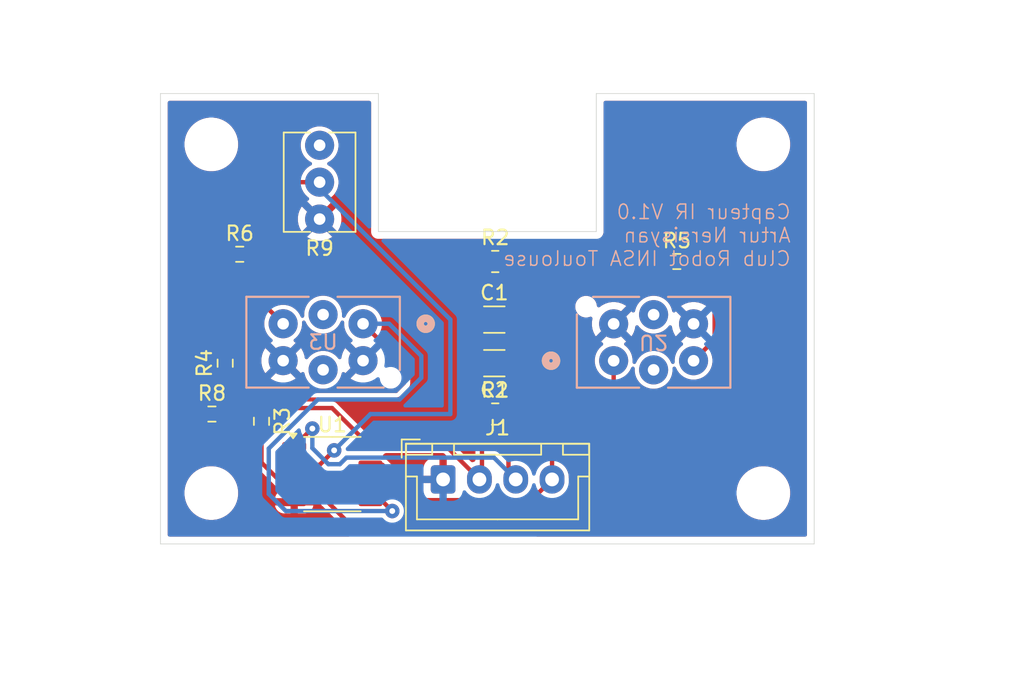
<source format=kicad_pcb>
(kicad_pcb (version 20241229) (generator "pcbnew") (generator_version "9.0")
  (layers (0 "F.Cu" signal) (2 "B.Cu" signal) (13 "F.Paste" user) (15 "B.Paste" user) (5 "F.SilkS" user "F.Silkscreen") (7 "B.SilkS" user "B.Silkscreen") (1 "F.Mask" user) (3 "B.Mask" user) (25 "Edge.Cuts" user))
  (net 0 "")
  (net 1 "+5V")
  (net 2 "/OUT2")
  (net 3 "GND")
  (net 4 "/OUT1")
  (net 5 "Net-(U1A-+)")
  (net 6 "Net-(U1B-+)")
  (net 7 "Net-(U2-A)")
  (net 8 "Net-(U3-A)")
  (net 9 "/V_comp")
  (footprint "MountingHole:MountingHole_3.2mm_M3_ISO7380" (layer "F.Cu") (at 243.5 100)
    (property "Reference" "REF**" (hide yes))
    (property "Value" "MountingHole_3.2mm_M3_ISO7380")
    (pad "" np_thru_hole circle (at 0 0) (size 3.2 3.2) (drill 3.2) (layers "*.Cu" "*.Mask"))
  )
  (footprint "Resistor_SMD:R_0603_1608Metric_Pad0.98x0.95mm_HandSolder" (layer "F.Cu") (at 206.454426 91.060575 90)
    (property "Reference" "R4" (at 0 -1.43 90) (layer "F.SilkS"))
    (property "Value" "4700")
    (fp_line (start -0.254724 -0.5225) (end 0.254724 -0.5225) (stroke (width 0.12)) (layer "F.SilkS"))
    (fp_line (start -0.254724 0.5225) (end 0.254724 0.5225) (stroke (width 0.12)) (layer "F.SilkS"))
    (pad "1" smd roundrect (at -0.9125 0 90) (size 0.975 0.95) (layers "F.Cu" "F.Mask" "F.Paste") (net 1 "+5V"))
    (pad "2" smd roundrect (at 0.9125 0 90) (size 0.975 0.95) (layers "F.Cu" "F.Mask" "F.Paste") (net 6 "Net-(U1B-+)"))
  )
  (footprint "Package_SO:SOP-8_3.9x4.9mm_P1.27mm" (layer "F.Cu") (at 213.829426 98.695575)
    (property "Reference" "U1" (at 0 -3.4 0) (layer "F.SilkS"))
    (property "Value" "LM2903")
    (fp_line (start 0 -2.56) (end -1.95 -2.56) (stroke (width 0.12)) (layer "F.SilkS"))
    (fp_line (start 0 -2.56) (end 1.95 -2.56) (stroke (width 0.12)) (layer "F.SilkS"))
    (fp_line (start 0 2.56) (end -1.95 2.56) (stroke (width 0.12)) (layer "F.SilkS"))
    (fp_line (start 0 2.56) (end 1.95 2.56) (stroke (width 0.12)) (layer "F.SilkS"))
    (fp_poly (pts (xy -2.7 -2.465) (xy -2.94 -2.795) (xy -2.46 -2.795) (xy -2.7 -2.465)) (stroke (width 0.12)) (fill yes) (layer "F.SilkS"))
    (pad "1" smd roundrect (at -2.625 -1.905) (size 1.65 0.6) (layers "F.Cu" "F.Mask" "F.Paste") (net 4 "/OUT1"))
    (pad "2" smd roundrect (at -2.625 -0.635) (size 1.65 0.6) (layers "F.Cu" "F.Mask" "F.Paste") (net 9 "/V_comp"))
    (pad "3" smd roundrect (at -2.625 0.635) (size 1.65 0.6) (layers "F.Cu" "F.Mask" "F.Paste") (net 5 "Net-(U1A-+)"))
    (pad "4" smd roundrect (at -2.625 1.905) (size 1.65 0.6) (layers "F.Cu" "F.Mask" "F.Paste") (net 3 "GND"))
    (pad "5" smd roundrect (at 2.625 1.905) (size 1.65 0.6) (layers "F.Cu" "F.Mask" "F.Paste") (net 6 "Net-(U1B-+)"))
    (pad "6" smd roundrect (at 2.625 0.635) (size 1.65 0.6) (layers "F.Cu" "F.Mask" "F.Paste") (net 9 "/V_comp"))
    (pad "7" smd roundrect (at 2.625 -0.635) (size 1.65 0.6) (layers "F.Cu" "F.Mask" "F.Paste") (net 2 "/OUT2"))
    (pad "8" smd roundrect (at 2.625 -1.905) (size 1.65 0.6) (layers "F.Cu" "F.Mask" "F.Paste") (net 1 "+5V"))
  )
  (footprint "MountingHole:MountingHole_3.2mm_M3_ISO7380" (layer "F.Cu") (at 205.5 76)
    (property "Reference" "REF**" (hide yes))
    (property "Value" "MountingHole_3.2mm_M3_ISO7380")
    (pad "" np_thru_hole circle (at 0 0) (size 3.2 3.2) (drill 3.2) (layers "*.Cu" "*.Mask"))
  )
  (footprint "Capacitor_SMD:C_1206_3216Metric" (layer "F.Cu") (at 224.979426 88.060575)
    (property "Reference" "C1" (at 0 -1.85 0) (layer "F.SilkS"))
    (property "Value" "470nF")
    (fp_line (start -0.711252 -0.91) (end 0.711252 -0.91) (stroke (width 0.12)) (layer "F.SilkS"))
    (fp_line (start -0.711252 0.91) (end 0.711252 0.91) (stroke (width 0.12)) (layer "F.SilkS"))
    (pad "1" smd roundrect (at -1.475 0) (size 1.15 1.8) (layers "F.Cu" "F.Mask" "F.Paste") (roundrect_rratio 0.217391) (net 1 "+5V"))
    (pad "2" smd roundrect (at 1.475 0) (size 1.15 1.8) (layers "F.Cu" "F.Mask" "F.Paste") (roundrect_rratio 0.217391) (net 2 "/OUT2"))
  )
  (footprint "MountingHole:MountingHole_3.2mm_M3_ISO7380" (layer "F.Cu") (at 243.5 76)
    (property "Reference" "REF**" (hide yes))
    (property "Value" "MountingHole_3.2mm_M3_ISO7380")
    (pad "" np_thru_hole circle (at 0 0) (size 3.2 3.2) (drill 3.2) (layers "*.Cu" "*.Mask"))
  )
  (footprint "Resistor_SMD:R_0603_1608Metric_Pad0.98x0.95mm_HandSolder" (layer "F.Cu") (at 207.454426 83.560575)
    (property "Reference" "R6" (at 0 -1.43 0) (layer "F.SilkS"))
    (property "Value" "330")
    (fp_line (start -0.254724 -0.5225) (end 0.254724 -0.5225) (stroke (width 0.12)) (layer "F.SilkS"))
    (fp_line (start -0.254724 0.5225) (end 0.254724 0.5225) (stroke (width 0.12)) (layer "F.SilkS"))
    (pad "1" smd roundrect (at -0.9125 0) (size 0.975 0.95) (layers "F.Cu" "F.Mask" "F.Paste") (net 1 "+5V"))
    (pad "2" smd roundrect (at 0.9125 0) (size 0.975 0.95) (layers "F.Cu" "F.Mask" "F.Paste") (net 8 "Net-(U3-A)"))
  )
  (footprint "Resistor_SMD:R_0805_2012Metric" (layer "F.Cu") (at 225.041926 84.060575)
    (property "Reference" "R2" (at 0 -1.65 0) (layer "F.SilkS"))
    (property "Value" "100k")
    (fp_line (start -0.227064 -0.735) (end 0.227064 -0.735) (stroke (width 0.12)) (layer "F.SilkS"))
    (fp_line (start -0.227064 0.735) (end 0.227064 0.735) (stroke (width 0.12)) (layer "F.SilkS"))
    (pad "1" smd roundrect (at -0.9125 0) (size 1.025 1.4) (layers "F.Cu" "F.Mask" "F.Paste") (roundrect_rratio 0.243902) (net 1 "+5V"))
    (pad "2" smd roundrect (at 0.9125 0) (size 1.025 1.4) (layers "F.Cu" "F.Mask" "F.Paste") (roundrect_rratio 0.243902) (net 2 "/OUT2"))
  )
  (footprint "Resistor_SMD:R_0603_1608Metric_Pad0.98x0.95mm_HandSolder" (layer "F.Cu") (at 205.541926 94.560575)
    (property "Reference" "R8" (at 0 -1.43 0) (layer "F.SilkS"))
    (property "Value" "4700")
    (fp_line (start -0.254724 -0.5225) (end 0.254724 -0.5225) (stroke (width 0.12)) (layer "F.SilkS"))
    (fp_line (start -0.254724 0.5225) (end 0.254724 0.5225) (stroke (width 0.12)) (layer "F.SilkS"))
    (pad "1" smd roundrect (at -0.9125 0) (size 0.975 0.95) (layers "F.Cu" "F.Mask" "F.Paste") (net 9 "/V_comp"))
    (pad "2" smd roundrect (at 0.9125 0) (size 0.975 0.95) (layers "F.Cu" "F.Mask" "F.Paste") (net 1 "+5V"))
  )
  (footprint "Resistor_SMD:R_0805_2012Metric" (layer "F.Cu") (at 225.041926 94.560575)
    (property "Reference" "R1" (at 0 -1.65 0) (layer "F.SilkS"))
    (property "Value" "100k")
    (fp_line (start -0.227064 -0.735) (end 0.227064 -0.735) (stroke (width 0.12)) (layer "F.SilkS"))
    (fp_line (start -0.227064 0.735) (end 0.227064 0.735) (stroke (width 0.12)) (layer "F.SilkS"))
    (pad "1" smd roundrect (at -0.9125 0) (size 1.025 1.4) (layers "F.Cu" "F.Mask" "F.Paste") (roundrect_rratio 0.243902) (net 1 "+5V"))
    (pad "2" smd roundrect (at 0.9125 0) (size 1.025 1.4) (layers "F.Cu" "F.Mask" "F.Paste") (roundrect_rratio 0.243902) (net 4 "/OUT1"))
  )
  (footprint "Capacitor_SMD:C_1206_3216Metric" (layer "F.Cu") (at 224.979426 91.060575 180)
    (property "Reference" "C2" (at 0 -1.85 0) (layer "F.SilkS"))
    (property "Value" "470nF")
    (fp_line (start -0.711252 0.91) (end 0.711252 0.91) (stroke (width 0.12)) (layer "F.SilkS"))
    (fp_line (start -0.711252 -0.91) (end 0.711252 -0.91) (stroke (width 0.12)) (layer "F.SilkS"))
    (pad "1" smd roundrect (at -1.475 0 180) (size 1.15 1.8) (layers "F.Cu" "F.Mask" "F.Paste") (roundrect_rratio 0.217391) (net 4 "/OUT1"))
    (pad "2" smd roundrect (at 1.475 0 180) (size 1.15 1.8) (layers "F.Cu" "F.Mask" "F.Paste") (roundrect_rratio 0.217391) (net 1 "+5V"))
  )
  (footprint "Resistor_SMD:R_0603_1608Metric_Pad0.98x0.95mm_HandSolder" (layer "F.Cu") (at 208.954426 95.060575 -90)
    (property "Reference" "R3" (at 0 -1.43 90) (layer "F.SilkS"))
    (property "Value" "4700")
    (fp_line (start -0.254724 0.5225) (end 0.254724 0.5225) (stroke (width 0.12)) (layer "F.SilkS"))
    (fp_line (start -0.254724 -0.5225) (end 0.254724 -0.5225) (stroke (width 0.12)) (layer "F.SilkS"))
    (pad "1" smd roundrect (at -0.9125 0 270) (size 0.975 0.95) (layers "F.Cu" "F.Mask" "F.Paste") (net 1 "+5V"))
    (pad "2" smd roundrect (at 0.9125 0 270) (size 0.975 0.95) (layers "F.Cu" "F.Mask" "F.Paste") (net 5 "Net-(U1A-+)"))
  )
  (footprint "Resistor_SMD:R_0603_1608Metric_Pad0.98x0.95mm_HandSolder" (layer "F.Cu") (at 237.541926 84.060575)
    (property "Reference" "R5" (at 0 -1.43 0) (layer "F.SilkS"))
    (property "Value" "330")
    (fp_line (start -0.254724 -0.5225) (end 0.254724 -0.5225) (stroke (width 0.12)) (layer "F.SilkS"))
    (fp_line (start -0.254724 0.5225) (end 0.254724 0.5225) (stroke (width 0.12)) (layer "F.SilkS"))
    (pad "1" smd roundrect (at -0.9125 0) (size 0.975 0.95) (layers "F.Cu" "F.Mask" "F.Paste") (net 1 "+5V"))
    (pad "2" smd roundrect (at 0.9125 0) (size 0.975 0.95) (layers "F.Cu" "F.Mask" "F.Paste") (net 7 "Net-(U2-A)"))
  )
  (footprint "MountingHole:MountingHole_3.2mm_M3_ISO7380" (layer "F.Cu") (at 205.5 100)
    (property "Reference" "REF**" (hide yes))
    (property "Value" "MountingHole_3.2mm_M3_ISO7380")
    (pad "" np_thru_hole circle (at 0 0) (size 3.2 3.2) (drill 3.2) (layers "*.Cu" "*.Mask"))
  )
  (footprint "Connector_JST:JST_XH_B4B-XH-A_1x04_P2.50mm_Vertical" (layer "F.Cu") (at 221.454426 99.060575)
    (property "Reference" "J1" (at 3.75 -3.55 0) (layer "F.SilkS"))
    (property "Value" "Conn_01x04_JST-XH_TCRT5000")
    (fp_line (start -2.85 -2.75) (end -2.85 -1.5) (stroke (width 0.12)) (layer "F.SilkS"))
    (fp_line (start -2.56 -2.46) (end -2.56 3.51) (stroke (width 0.12)) (layer "F.SilkS"))
    (fp_line (start -2.56 3.51) (end 10.06 3.51) (stroke (width 0.12)) (layer "F.SilkS"))
    (fp_line (start -2.55 -2.45) (end -2.55 -1.7) (stroke (width 0.12)) (layer "F.SilkS"))
    (fp_line (start -2.55 -1.7) (end -0.75 -1.7) (stroke (width 0.12)) (layer "F.SilkS"))
    (fp_line (start -2.55 -0.2) (end -1.8 -0.2) (stroke (width 0.12)) (layer "F.SilkS"))
    (fp_line (start -1.8 -0.2) (end -1.8 2.75) (stroke (width 0.12)) (layer "F.SilkS"))
    (fp_line (start -1.8 2.75) (end 3.75 2.75) (stroke (width 0.12)) (layer "F.SilkS"))
    (fp_line (start -1.6 -2.75) (end -2.85 -2.75) (stroke (width 0.12)) (layer "F.SilkS"))
    (fp_line (start -0.75 -2.45) (end -2.55 -2.45) (stroke (width 0.12)) (layer "F.SilkS"))
    (fp_line (start -0.75 -1.7) (end -0.75 -2.45) (stroke (width 0.12)) (layer "F.SilkS"))
    (fp_line (start 0.75 -2.45) (end 0.75 -1.7) (stroke (width 0.12)) (layer "F.SilkS"))
    (fp_line (start 0.75 -1.7) (end 6.75 -1.7) (stroke (width 0.12)) (layer "F.SilkS"))
    (fp_line (start 6.75 -2.45) (end 0.75 -2.45) (stroke (width 0.12)) (layer "F.SilkS"))
    (fp_line (start 6.75 -1.7) (end 6.75 -2.45) (stroke (width 0.12)) (layer "F.SilkS"))
    (fp_line (start 8.25 -2.45) (end 8.25 -1.7) (stroke (width 0.12)) (layer "F.SilkS"))
    (fp_line (start 8.25 -1.7) (end 10.05 -1.7) (stroke (width 0.12)) (layer "F.SilkS"))
    (fp_line (start 9.3 -0.2) (end 9.3 2.75) (stroke (width 0.12)) (layer "F.SilkS"))
    (fp_line (start 9.3 2.75) (end 3.75 2.75) (stroke (width 0.12)) (layer "F.SilkS"))
    (fp_line (start 10.05 -2.45) (end 8.25 -2.45) (stroke (width 0.12)) (layer "F.SilkS"))
    (fp_line (start 10.05 -1.7) (end 10.05 -2.45) (stroke (width 0.12)) (layer "F.SilkS"))
    (fp_line (start 10.05 -0.2) (end 9.3 -0.2) (stroke (width 0.12)) (layer "F.SilkS"))
    (fp_line (start 10.06 -2.46) (end -2.56 -2.46) (stroke (width 0.12)) (layer "F.SilkS"))
    (fp_line (start 10.06 3.51) (end 10.06 -2.46) (stroke (width 0.12)) (layer "F.SilkS"))
    (pad "1" thru_hole roundrect (at 0 0) (size 1.7 1.95) (drill 0.95) (layers "*.Cu" "*.Mask") (roundrect_rratio 0.147059) (net 3 "GND"))
    (pad "2" thru_hole oval (at 2.5 0) (size 1.7 1.95) (drill 0.95) (layers "*.Cu" "*.Mask") (net 1 "+5V"))
    (pad "3" thru_hole oval (at 5 0) (size 1.7 1.95) (drill 0.95) (layers "*.Cu" "*.Mask") (net 4 "/OUT1"))
    (pad "4" thru_hole oval (at 7.5 0) (size 1.7 1.95) (drill 0.95) (layers "*.Cu" "*.Mask") (net 2 "/OUT2"))
  )
  (footprint "Potentiometer_THT:Potentiometer_Vishay_T73XW_Horizontal" (layer "F.Cu") (at 212.954426 81.140575 180)
    (property "Reference" "R9" (at 0 -2.01 0) (layer "F.SilkS"))
    (property "Value" "10000")
    (fp_line (start 2.47 -0.88) (end 2.47 5.96) (stroke (width 0.12)) (layer "F.SilkS"))
    (fp_line (start 0.65 5.96) (end 2.47 5.96) (stroke (width 0.12)) (layer "F.SilkS"))
    (fp_line (start 0.65 -0.88) (end 2.47 -0.88) (stroke (width 0.12)) (layer "F.SilkS"))
    (fp_line (start -2.47 5.96) (end -0.65 5.96) (stroke (width 0.12)) (layer "F.SilkS"))
    (fp_line (start -2.47 -0.88) (end -0.65 -0.88) (stroke (width 0.12)) (layer "F.SilkS"))
    (fp_line (start -2.47 -0.88) (end -2.47 5.96) (stroke (width 0.12)) (layer "F.SilkS"))
    (pad "1" thru_hole circle (at 0 0 180) (size 2 2) (drill 0.8) (layers "*.Cu" "*.Mask") (net 3 "GND"))
    (pad "2" thru_hole circle (at 0 2.54 180) (size 2 2) (drill 0.8) (layers "*.Cu" "*.Mask") (net 9 "/V_comp"))
    (pad "3" thru_hole circle (at 0 5.08 180) (size 2 2) (drill 0.8) (layers "*.Cu" "*.Mask"))
  )
  (footprint "carte-capteur-ir-bib:TCRT5000_VIS" (layer "B.Cu") (at 233.194427 90.890575)
    (property "Reference" "U2" (at 2.75 -1.27 180) (layer "B.SilkS") (effects (justify mirror)))
    (property "Value" "TCRT5000")
    (fp_circle (center -4.3112 0) (end -3.9302 0) (stroke (width 0.508)) (fill no) (layer "F.SilkS"))
    (fp_line (start -2.5332 1.8542) (end -2.5332 -3.186419) (stroke (width 0.1524)) (layer "B.SilkS"))
    (fp_line (start -1.419268 -4.3942) (end 1.755347 -4.3942) (stroke (width 0.1524)) (layer "B.SilkS"))
    (fp_line (start 1.755347 1.8542) (end -2.5332 1.8542) (stroke (width 0.1524)) (layer "B.SilkS"))
    (fp_line (start 3.744652 -4.3942) (end 8.0332 -4.3942) (stroke (width 0.1524)) (layer "B.SilkS"))
    (fp_line (start 8.0332 -4.3942) (end 8.0332 1.8542) (stroke (width 0.1524)) (layer "B.SilkS"))
    (fp_line (start 8.0332 1.8542) (end 3.744652 1.8542) (stroke (width 0.1524)) (layer "B.SilkS"))
    (fp_circle (center -4.3112 0) (end -3.9302 0) (stroke (width 0.508)) (fill no) (layer "B.SilkS"))
    (pad "" np_thru_hole circle (at -1.900001 -3.72) (size 0.9906 0.9906) (drill 0.9906) (layers "*.Cu" "*.Mask"))
    (pad "1" thru_hole circle (at 0 0) (size 2 2) (drill 0.8) (layers "*.Cu" "*.Mask") (net 5 "Net-(U1A-+)"))
    (pad "2" thru_hole circle (at 0 -2.54) (size 2 2) (drill 0.8) (layers "*.Cu" "*.Mask") (net 3 "GND"))
    (pad "3" thru_hole circle (at 5.499999 0) (size 2 2) (drill 0.8) (layers "*.Cu" "*.Mask") (net 7 "Net-(U2-A)"))
    (pad "4" thru_hole circle (at 5.499999 -2.54) (size 2 2) (drill 0.8) (layers "*.Cu" "*.Mask") (net 3 "GND"))
    (pad "5" thru_hole circle (at 2.75 0.629999) (size 2 2) (drill 0.8) (layers "*.Cu" "*.Mask"))
    (pad "6" thru_hole circle (at 2.75 -3.169999) (size 2 2) (drill 0.8) (layers "*.Cu" "*.Mask"))
  )
  (footprint "carte-capteur-ir-bib:TCRT5000_VIS" (layer "B.Cu") (at 215.944427 88.345776 180)
    (property "Reference" "U3" (at 2.75 -1.27 0) (layer "B.SilkS") (effects (justify mirror)))
    (property "Value" "TCRT5000")
    (fp_circle (center -4.3112 0) (end -3.9302 0) (stroke (width 0.508)) (fill no) (layer "F.SilkS"))
    (fp_line (start 8.0332 1.8542) (end 3.744652 1.8542) (stroke (width 0.1524)) (layer "B.SilkS"))
    (fp_line (start 8.0332 -4.3942) (end 8.0332 1.8542) (stroke (width 0.1524)) (layer "B.SilkS"))
    (fp_line (start 3.744652 -4.3942) (end 8.0332 -4.3942) (stroke (width 0.1524)) (layer "B.SilkS"))
    (fp_line (start 1.755347 1.8542) (end -2.5332 1.8542) (stroke (width 0.1524)) (layer "B.SilkS"))
    (fp_line (start -1.419268 -4.3942) (end 1.755347 -4.3942) (stroke (width 0.1524)) (layer "B.SilkS"))
    (fp_line (start -2.5332 1.8542) (end -2.5332 -3.186419) (stroke (width 0.1524)) (layer "B.SilkS"))
    (fp_circle (center -4.3112 0) (end -3.9302 0) (stroke (width 0.508)) (fill no) (layer "B.SilkS"))
    (pad "" np_thru_hole circle (at -1.900001 -3.72 180) (size 0.9906 0.9906) (drill 0.9906) (layers "*.Cu" "*.Mask"))
    (pad "1" thru_hole circle (at 0 0 180) (size 2 2) (drill 0.8) (layers "*.Cu" "*.Mask") (net 6 "Net-(U1B-+)"))
    (pad "2" thru_hole circle (at 0 -2.54 180) (size 2 2) (drill 0.8) (layers "*.Cu" "*.Mask") (net 3 "GND"))
    (pad "3" thru_hole circle (at 5.499999 0 180) (size 2 2) (drill 0.8) (layers "*.Cu" "*.Mask") (net 8 "Net-(U3-A)"))
    (pad "4" thru_hole circle (at 5.499999 -2.54 180) (size 2 2) (drill 0.8) (layers "*.Cu" "*.Mask") (net 3 "GND"))
    (pad "5" thru_hole circle (at 2.75 0.629999 180) (size 2 2) (drill 0.8) (layers "*.Cu" "*.Mask"))
    (pad "6" thru_hole circle (at 2.75 -3.169999 180) (size 2 2) (drill 0.8) (layers "*.Cu" "*.Mask"))
  )
  (gr_line (start 217 82) (end 217 72.5) (stroke (width 0.05)) (layer "Edge.Cuts"))
  (gr_line (start 247 72.5) (end 232 72.5) (stroke (width 0.05)) (layer "Edge.Cuts"))
  (gr_line (start 202 103.5) (end 247 103.5) (stroke (width 0.05)) (layer "Edge.Cuts"))
  (gr_line (start 247 72.5) (end 247 103.5) (stroke (width 0.05)) (layer "Edge.Cuts"))
  (gr_line (start 232 72.5) (end 232 82) (stroke (width 0.05)) (layer "Edge.Cuts"))
  (gr_line (start 202 72.5) (end 202 103.5) (stroke (width 0.05)) (layer "Edge.Cuts"))
  (gr_line (start 217 72.5) (end 202 72.5) (stroke (width 0.05)) (layer "Edge.Cuts"))
  (gr_line (start 232 82) (end 217 82) (stroke (width 0.05)) (layer "Edge.Cuts"))
  (gr_text "Capteur IR V1.0\nArtur Nersisyan\nClub Robot INSA Toulouse\n		" (at 245.454426 86.060575 0) (layer "B.SilkS") (effects (font (size 1 1) (thickness 0.1)) (justify left bottom mirror)))
  (segment (start 224.129426 92.235575) (end 224.129426 94.560575) (width 0.3) (layer "F.Cu") (net 1))
  (segment (start 224.129426 94.560575) (end 224.129426 98.885575) (width 0.3) (layer "F.Cu") (net 1))
  (segment (start 206.454426 94.560575) (end 208.541926 94.560575) (width 0.3) (layer "F.Cu") (net 1))
  (segment (start 206.454426 91.973075) (end 206.454426 94.560575) (width 0.3) (layer "F.Cu") (net 1))
  (segment (start 208.954426 94.148075) (end 213.811926 94.148075) (width 0.3) (layer "F.Cu") (net 1))
  (segment (start 223.954426 99.060575) (end 221.684426 96.790575) (width 0.3) (layer "F.Cu") (net 1))
  (segment (start 221.684426 96.790575) (end 216.454426 96.790575) (width 0.3) (layer "F.Cu") (net 1))
  (segment (start 223.504426 91.610575) (end 224.129426 92.235575) (width 0.3) (layer "F.Cu") (net 1))
  (segment (start 224.129426 84.060575) (end 224.129426 87.435575) (width 0.3) (layer "F.Cu") (net 1))
  (segment (start 223.504426 91.060575) (end 223.504426 91.610575) (width 0.3) (layer "F.Cu") (net 1))
  (segment (start 205.454426 84.648075) (end 205.454426 90.973075) (width 0.3) (layer "F.Cu") (net 1))
  (segment (start 208.541926 94.560575) (end 208.954426 94.148075) (width 0.3) (layer "F.Cu") (net 1))
  (segment (start 205.454426 90.973075) (end 206.454426 91.973075) (width 0.3) (layer "F.Cu") (net 1))
  (segment (start 224.129426 87.435575) (end 223.504426 88.060575) (width 0.3) (layer "F.Cu") (net 1))
  (segment (start 235.478426 82.909575) (end 225.280426 82.909575) (width 0.3) (layer "F.Cu") (net 1))
  (segment (start 206.541926 83.560575) (end 205.454426 84.648075) (width 0.3) (layer "F.Cu") (net 1))
  (segment (start 223.504426 88.060575) (end 223.504426 91.060575) (width 0.3) (layer "F.Cu") (net 1))
  (segment (start 236.629426 84.060575) (end 235.478426 82.909575) (width 0.3) (layer "F.Cu") (net 1))
  (segment (start 225.280426 82.909575) (end 224.129426 84.060575) (width 0.3) (layer "F.Cu") (net 1))
  (segment (start 213.811926 94.148075) (end 216.454426 96.790575) (width 0.3) (layer "F.Cu") (net 1))
  (segment (start 224.129426 98.885575) (end 223.954426 99.060575) (width 0.3) (layer "F.Cu") (net 1))
  (segment (start 219.705425 100.486575) (end 227.528426 100.486575) (width 0.3) (layer "F.Cu") (net 2))
  (segment (start 217.279425 98.060575) (end 219.705425 100.486575) (width 0.3) (layer "F.Cu") (net 2))
  (segment (start 216.454426 98.060575) (end 217.279425 98.060575) (width 0.3) (layer "F.Cu") (net 2))
  (segment (start 227.528426 100.486575) (end 228.954426 99.060575) (width 0.3) (layer "F.Cu") (net 2))
  (segment (start 225.954426 84.560575) (end 226.454426 85.060575) (width 0.3) (layer "F.Cu") (net 2))
  (segment (start 226.454426 88.060575) (end 228.954426 90.560575) (width 0.3) (layer "F.Cu") (net 2))
  (segment (start 225.954426 84.060575) (end 225.954426 84.560575) (width 0.3) (layer "F.Cu") (net 2))
  (segment (start 226.454426 85.060575) (end 226.454426 88.060575) (width 0.3) (layer "F.Cu") (net 2))
  (segment (start 228.954426 90.560575) (end 228.954426 99.060575) (width 0.3) (layer "F.Cu") (net 2))
  (segment (start 226.454426 94.060575) (end 225.954426 94.560575) (width 0.3) (layer "F.Cu") (net 4))
  (segment (start 212.454426 95.560575) (end 212.434426 95.560575) (width 0.3) (layer "F.Cu") (net 4))
  (segment (start 225.954426 98.560575) (end 226.454426 99.060575) (width 0.3) (layer "F.Cu") (net 4))
  (segment (start 226.454426 91.060575) (end 226.454426 94.060575) (width 0.3) (layer "F.Cu") (net 4))
  (segment (start 225.954426 94.560575) (end 225.954426 98.560575) (width 0.3) (layer "F.Cu") (net 4))
  (segment (start 212.434426 95.560575) (end 211.204426 96.790575) (width 0.3) (layer "F.Cu") (net 4))
  (via (at 212.454426 95.560575) (size 1) (drill 0.4) (layers "F.Cu" "B.Cu") (net 4))
  (segment (start 213.560508 98.011575) (end 212.454426 96.905493) (width 0.3) (layer "B.Cu") (net 4))
  (segment (start 224.954426 97.560575) (end 214.799344 97.560575) (width 0.3) (layer "B.Cu") (net 4))
  (segment (start 212.454426 96.905493) (end 212.454426 95.560575) (width 0.3) (layer "B.Cu") (net 4))
  (segment (start 214.799344 97.560575) (end 214.348344 98.011575) (width 0.3) (layer "B.Cu") (net 4))
  (segment (start 214.348344 98.011575) (end 213.560508 98.011575) (width 0.3) (layer "B.Cu") (net 4))
  (segment (start 226.454426 99.060575) (end 224.954426 97.560575) (width 0.3) (layer "B.Cu") (net 4))
  (segment (start 210.379427 99.330575) (end 211.204426 99.330575) (width 0.3) (layer "F.Cu") (net 5))
  (segment (start 233.194427 90.890575) (end 233.194427 96.785466) (width 0.3) (layer "F.Cu") (net 5))
  (segment (start 215.454426 102.560575) (end 212.224426 99.330575) (width 0.3) (layer "F.Cu") (net 5))
  (segment (start 208.954426 95.973075) (end 208.954426 97.905574) (width 0.3) (layer "F.Cu") (net 5))
  (segment (start 227.419318 102.560575) (end 215.454426 102.560575) (width 0.3) (layer "F.Cu") (net 5))
  (segment (start 212.224426 99.330575) (end 211.204426 99.330575) (width 0.3) (layer "F.Cu") (net 5))
  (segment (start 208.954426 97.905574) (end 210.379427 99.330575) (width 0.3) (layer "F.Cu") (net 5))
  (segment (start 233.194427 96.785466) (end 227.419318 102.560575) (width 0.3) (layer "F.Cu") (net 5))
  (segment (start 217.318426 100.600575) (end 217.954426 101.236575) (width 0.3) (layer "F.Cu") (net 6))
  (segment (start 218.210989 92.966775) (end 218.740728 92.437036) (width 0.3) (layer "F.Cu") (net 6))
  (segment (start 209.273126 92.966775) (end 218.210989 92.966775) (width 0.3) (layer "F.Cu") (net 6))
  (segment (start 218.740728 91.142077) (end 215.944427 88.345776) (width 0.3) (layer "F.Cu") (net 6))
  (segment (start 216.454426 100.600575) (end 217.318426 100.600575) (width 0.3) (layer "F.Cu") (net 6))
  (segment (start 218.740728 92.437036) (end 218.740728 91.142077) (width 0.3) (layer "F.Cu") (net 6))
  (segment (start 206.454426 90.148075) (end 209.273126 92.966775) (width 0.3) (layer "F.Cu") (net 6))
  (via (at 217.954426 101.236575) (size 1) (drill 0.4) (layers "F.Cu" "B.Cu") (net 6))
  (segment (start 219.954426 92.060575) (end 219.954426 90.560575) (width 0.3) (layer "B.Cu") (net 6))
  (segment (start 219.954426 90.560575) (end 217.739627 88.345776) (width 0.3) (layer "B.Cu") (net 6))
  (segment (start 218.454426 93.560575) (end 219.954426 92.060575) (width 0.3) (layer "B.Cu") (net 6))
  (segment (start 210.630426 101.236575) (end 209.454426 100.060575) (width 0.3) (layer "B.Cu") (net 6))
  (segment (start 209.454426 100.060575) (end 209.454426 96.934187) (width 0.3) (layer "B.Cu") (net 6))
  (segment (start 217.739627 88.345776) (end 215.944427 88.345776) (width 0.3) (layer "B.Cu") (net 6))
  (segment (start 209.454426 96.934187) (end 212.828038 93.560575) (width 0.3) (layer "B.Cu") (net 6))
  (segment (start 217.954426 101.236575) (end 210.630426 101.236575) (width 0.3) (layer "B.Cu") (net 6))
  (segment (start 212.828038 93.560575) (end 218.454426 93.560575) (width 0.3) (layer "B.Cu") (net 6))
  (segment (start 240.145426 89.439575) (end 238.694426 90.890575) (width 0.3) (layer "F.Cu") (net 7))
  (segment (start 240.145426 85.751575) (end 240.145426 89.439575) (width 0.3) (layer "F.Cu") (net 7))
  (segment (start 238.454426 84.060575) (end 240.145426 85.751575) (width 0.3) (layer "F.Cu") (net 7))
  (segment (start 208.366926 83.560575) (end 208.366926 86.268274) (width 0.3) (layer "F.Cu") (net 8))
  (segment (start 208.366926 86.268274) (end 210.444428 88.345776) (width 0.3) (layer "F.Cu") (net 8))
  (segment (start 216.454426 99.330575) (end 213.074368 99.330575) (width 0.3) (layer "F.Cu") (net 9))
  (segment (start 204.629426 84.005309) (end 204.629426 94.560575) (width 0.3) (layer "F.Cu") (net 9))
  (segment (start 211.204426 98.060575) (end 212.954426 98.060575) (width 0.3) (layer "F.Cu") (net 9))
  (segment (start 213.074368 99.330575) (end 211.804368 98.060575) (width 0.3) (layer "F.Cu") (net 9))
  (segment (start 210.03416 78.600575) (end 204.629426 84.005309) (width 0.3) (layer "F.Cu") (net 9))
  (segment (start 212.954426 78.600575) (end 210.03416 78.600575) (width 0.3) (layer "F.Cu") (net 9))
  (segment (start 212.954426 98.060575) (end 213.954426 97.060575) (width 0.3) (layer "F.Cu") (net 9))
  (segment (start 211.804368 98.060575) (end 211.204426 98.060575) (width 0.3) (layer "F.Cu") (net 9))
  (via (at 213.954426 97.060575) (size 1) (drill 0.4) (layers "F.Cu" "B.Cu") (net 9))
  (segment (start 216.454426 94.560575) (end 221.954426 94.560575) (width 0.3) (layer "B.Cu") (net 9))
  (segment (start 221.954426 94.560575) (end 221.954426 88.060575) (width 0.3) (layer "B.Cu") (net 9))
  (segment (start 212.954426 79.060575) (end 212.954426 78.600575) (width 0.3) (layer "B.Cu") (net 9))
  (segment (start 213.954426 97.060575) (end 216.454426 94.560575) (width 0.3) (layer "B.Cu") (net 9))
  (segment (start 221.954426 88.060575) (end 212.954426 79.060575) (width 0.3) (layer "B.Cu") (net 9))
  (zone (net 3) (net_name "GND") (layers "F.Cu" "B.Cu") (connect_pads (clearance 0)) (min_thickness 0.25) (fill yes (thermal_gap 0.5) (thermal_bridge_width 0.5))
    (polygon (pts (xy 190.954426 67.060575) (xy 190.954426 112.560575) (xy 260.954426 113.560575) (xy 261.454426 66.060575)))
  )
)
</source>
